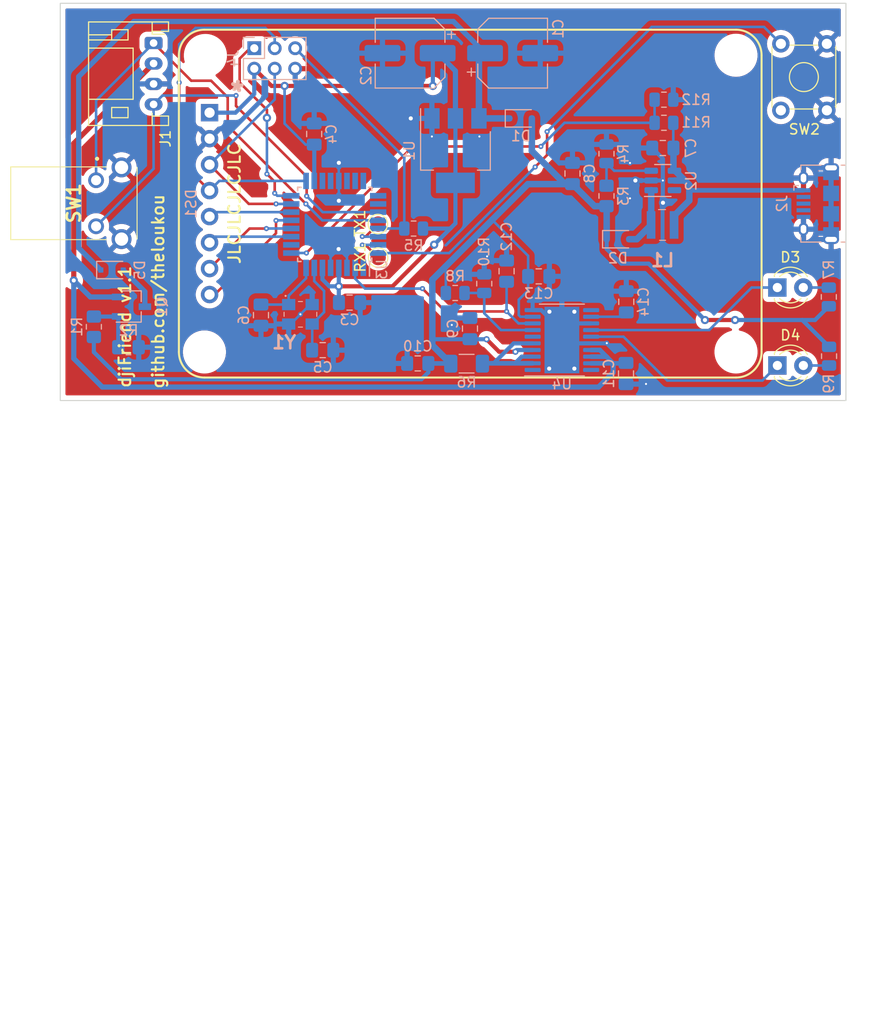
<source format=kicad_pcb>
(kicad_pcb (version 20211014) (generator pcbnew)
  (layers (0 "F.Cu" signal) (31 "B.Cu" signal) (34 "B.Paste" user) (35 "F.Paste" user) (36 "B.SilkS" user "B.Silkscreen") (37 "F.SilkS" user "F.Silkscreen") (38 "B.Mask" user) (39 "F.Mask" user) (44 "Edge.Cuts" user))
  (net 0 "")
  (net 1 "+VSW")
  (net 2 "GND")
  (net 3 "+5V")
  (net 4 "Net-(C5-Pad1)")
  (net 5 "VBUS")
  (net 6 "+9V")
  (net 7 "+BATT")
  (net 8 "/CHG_EN")
  (net 9 "Net-(C14-Pad1)")
  (net 10 "Net-(D2-Pad2)")
  (net 11 "/STAT1")
  (net 12 "Net-(D3-Pad2)")
  (net 13 "/STAT2")
  (net 14 "Net-(D4-Pad2)")
  (net 15 "/SCL")
  (net 16 "/SDA")
  (net 20 "/BL")
  (net 21 "/TFT_RST")
  (net 22 "/DC")
  (net 23 "/CS")
  (net 24 "/CLK")
  (net 25 "/MOSI")
  (net 26 "/MISO")
  (net 27 "/RST")
  (net 28 "Net-(Q1-Pad1)")
  (net 29 "Net-(R3-Pad2)")
  (net 30 "Net-(R6-Pad2)")
  (net 31 "Net-(R10-Pad1)")
  (net 32 "/BUT1")
  (net 34 "/BUT2")
  (net 35 "/VBUS_DET")
  (net 36 "/RX")
  (net 45 "/TX")
  (net 50 "Net-(C6-Pad1)")
  (net 51 "Net-(Q1-Pad3)")
  (footprint "Button_Switch_THT:SW_TH_Tactile_Omron_B3F-10xx" (layer "F.Cu") (at 134.9276 57.1322 90)
    (fp_text reference "SW2")
    (fp_text value "INPUT")
  )
  (footprint "Samacsys:FSMRA4JH04" (layer "F.Cu") (at 67.9372 63.966 -90)
    (fp_text reference "SW1")
    (fp_text value "FSMRA4JH04" hide)
  )
  (footprint "TestPoint:TestPoint_Pad_D1.5mm" (layer "F.Cu") (at 95.504 68.2498)
    (fp_text reference "TX1")
    (fp_text value "TestPoint")
  )
  (footprint "TestPoint:TestPoint_Pad_D1.5mm" (layer "F.Cu") (at 95.5294 71.5264)
    (fp_text reference "RX1")
    (fp_text value "TestPoint")
  )
  (footprint "GTO:1.8in Waveshare LCD" (layer "F.Cu") (at 104.5388 66.2518 90)
    (fp_text reference "DS1")
    (fp_text value "1.8in_Waveshare_LCD")
  )
  (footprint "LED_THT:LED_D3.0mm" (layer "F.Cu") (at 134.5818 74.4562)
    (fp_text reference "D3")
    (fp_text value "LED_CHG")
  )
  (footprint "LED_THT:LED_D3.0mm" (layer "F.Cu") (at 134.5868 82.0762)
    (fp_text reference "D4")
    (fp_text value "LED_DONE")
  )
  (footprint "Connector_JST:JST_PH_S4B-PH-K_1x04_P2.00mm_Horizontal" (layer "F.Cu") (at 73.5622 50.552 -90)
    (fp_text reference "J1")
    (fp_text value "Batt" hide)
  )
  (footprint "Capacitor_SMD:C_0805_2012Metric_Pad1.18x1.45mm_HandSolder" (layer "B.Cu") (at 108.0946 72.856 90)
    (fp_text reference "C12")
    (fp_text value "0.1uF")
  )
  (footprint "Resistor_SMD:R_0805_2012Metric_Pad1.20x1.40mm_HandSolder" (layer "B.Cu") (at 71.10601 80.29 180)
    (fp_text reference "R2")
    (fp_text value "10K")
  )
  (footprint "Capacitor_SMD:C_0805_2012Metric_Pad1.18x1.45mm_HandSolder" (layer "B.Cu") (at 90.1075 80.5776)
    (fp_text reference "C5")
    (fp_text value "22pF")
  )
  (footprint "Resistor_SMD:R_0805_2012Metric" (layer "B.Cu") (at 139.616 75.3706 -90)
    (fp_text reference "R7")
    (fp_text value "1K")
  )
  (footprint "Resistor_SMD:R_0805_2012Metric_Pad1.20x1.40mm_HandSolder" (layer "B.Cu") (at 67.71841 78.2928 -90)
    (fp_text reference "R1")
    (fp_text value "1K")
  )
  (footprint "Resistor_SMD:R_0805_2012Metric" (layer "B.Cu") (at 103.0654 74.9896 180)
    (fp_text reference "R8")
    (fp_text value "220K")
  )
  (footprint "Resistor_SMD:R_0805_2012Metric" (layer "B.Cu") (at 123.487 58.3526 180)
    (fp_text reference "R11")
    (fp_text value "33K")
  )
  (footprint "Capacitor_SMD:C_0805_2012Metric_Pad1.18x1.45mm_HandSolder" (layer "B.Cu") (at 99.4039 81.873 180)
    (fp_text reference "C10")
    (fp_text value "10uF")
  )
  (footprint "Capacitor_SMD:CP_Elec_6.3x5.8" (layer "B.Cu") (at 108.6864 51.5454)
    (fp_text reference "C1")
    (fp_text value "47uF")
  )
  (footprint "Diode_SMD:D_SOD-323F" (layer "B.Cu") (at 118.9857 69.73315)
    (fp_text reference "D2")
    (fp_text value "D_Schottky")
  )
  (footprint "Connector_PinHeader_2.00mm:PinHeader_2x03_P2.00mm_Vertical" (layer "B.Cu") (at 83.4124 51.0628 -90)
    (fp_text reference "J4")
    (fp_text value "AVR-ISP-6")
  )
  (footprint "Capacitor_SMD:CP_Elec_6.3x5.8" (layer "B.Cu") (at 98.6534 51.5454 180)
    (fp_text reference "C2")
    (fp_text value "47uF")
  )
  (footprint "Capacitor_SMD:C_0805_2012Metric_Pad1.18x1.45mm_HandSolder" (layer "B.Cu") (at 89.2732 59.4487 90)
    (fp_text reference "C4")
    (fp_text value "0.1uF")
  )
  (footprint "Samacsys:IFSC1111ABER100M01" (layer "B.Cu") (at 123.3545 68.33615 180)
    (fp_text reference "L1")
    (fp_text value "IFSC1111ABER100M01" hide)
  )
  (footprint "Samacsys:ECS160833BCTNTR" (layer "B.Cu") (at 87.927 77.0724)
    (fp_text reference "Y1")
    (fp_text value "ECS-160-8-33B-CTN-TR" hide)
  )
  (footprint "Package_TO_SOT_SMD:SOT-223-3_TabPin2" (layer "B.Cu") (at 103.0908 61.0704 -90)
    (fp_text reference "U1")
    (fp_text value "AP1117-50")
  )
  (footprint "Package_TO_SOT_SMD:TSOT-23" (layer "B.Cu") (at 71.40141 76.3276)
    (fp_text reference "Q1")
    (fp_text value "BSS84W")
  )
  (footprint "Capacitor_SMD:C_0805_2012Metric_Pad1.18x1.45mm_HandSolder" (layer "B.Cu") (at 111.2403 73.364)
    (fp_text reference "C13")
    (fp_text value "0.1uF")
  )
  (footprint "Diode_SMD:D_SOD-323F" (layer "B.Cu") (at 109.4662 57.9208)
    (fp_text reference "D1")
    (fp_text value "D_Schottky")
  )
  (footprint "Diode_SMD:D_SOD-323F" (layer "B.Cu") (at 69.4944 72.7456)
    (fp_text reference "D5")
    (fp_text value "D_Schottky")
  )
  (footprint "Resistor_SMD:R_0805_2012Metric" (layer "B.Cu") (at 98.9995 68.6904)
    (fp_text reference "R5")
    (fp_text value "10K")
  )
  (footprint "Package_TO_SOT_SMD:SOT-23-6" (layer "B.Cu") (at 123.3799 63.99275)
    (fp_text reference "U2")
    (fp_text value "MT3608")
  )
  (footprint "Capacitor_SMD:C_0805_2012Metric_Pad1.18x1.45mm_HandSolder" (layer "B.Cu") (at 92.7315 75.9294)
    (fp_text reference "C3")
    (fp_text value "0.1uF")
  )
  (footprint "Resistor_SMD:R_0805_2012Metric" (layer "B.Cu") (at 139.6414 81.1618 90)
    (fp_text reference "R9")
    (fp_text value "1K")
  )
  (footprint "Resistor_SMD:R_0805_2012Metric" (layer "B.Cu") (at 105.9102 74.0752 90)
    (fp_text reference "R10")
    (fp_text value "33K")
  )
  (footprint "Capacitor_SMD:C_0805_2012Metric_Pad1.18x1.45mm_HandSolder" (layer "B.Cu") (at 119.7786 82.8597 -90)
    (fp_text reference "C11")
    (fp_text value "22uF")
  )
  (footprint "Capacitor_SMD:C_0805_2012Metric_Pad1.18x1.45mm_HandSolder" (layer "B.Cu") (at 123.3799 60.81775 180)
    (fp_text reference "C7")
    (fp_text value "22uF")
  )
  (footprint "Resistor_SMD:R_0805_2012Metric" (layer "B.Cu") (at 123.487 56.092)
    (fp_text reference "R12")
    (fp_text value "220K")
  )
  (footprint "Resistor_SMD:R_1206_3216Metric_Pad1.30x1.75mm_HandSolder" (layer "B.Cu") (at 104.1824 81.8984)
    (fp_text reference "R6")
    (fp_text value "0.1R")
  )
  (footprint "Capacitor_SMD:C_0805_2012Metric_Pad1.18x1.45mm_HandSolder" (layer "B.Cu") (at 84.0662 77.1525 -90)
    (fp_text reference "C6")
    (fp_text value "22pF")
  )
  (footprint "Package_QFP:TQFP-32_7x7mm_P0.8mm" (layer "B.Cu") (at 91.2798 68.284 90)
    (fp_text reference "U3")
    (fp_text value "ATmega328P-A")
  )
  (footprint "Connector_USB:USB_Micro-B_Amphenol_10118194_Horizontal" (layer "B.Cu") (at 138.5388 66.252 -90)
    (fp_text reference "J2")
    (fp_text value "USB_B_Micro")
  )
  (footprint "Capacitor_SMD:C_0805_2012Metric_Pad1.18x1.45mm_HandSolder" (layer "B.Cu") (at 114.5407 63.30695 90)
    (fp_text reference "C8")
    (fp_text value "22uF")
  )
  (footprint "Package_SO:HTSSOP-20-1EP_4.4x6.5mm_P0.65mm_EP3.4x6.5mm_Mask2.4x3.7mm" (layer "B.Cu") (at 113.5048 79.587)
    (fp_text reference "U4")
    (fp_text value "BQ24005")
  )
  (footprint "Resistor_SMD:R_0805_2012Metric" (layer "B.Cu") (at 117.8681 61.37465 90)
    (fp_text reference "R4")
    (fp_text value "10K")
  )
  (footprint "Capacitor_SMD:C_0805_2012Metric_Pad1.18x1.45mm_HandSolder" (layer "B.Cu") (at 104.5132 78.4694 -90)
    (fp_text reference "C9")
    (fp_text value "0.1uF")
  )
  (footprint "Resistor_SMD:R_0805_2012Metric_Pad1.20x1.40mm_HandSolder" (layer "B.Cu") (at 117.8681 65.50075 90)
    (fp_text reference "R3")
    (fp_text value "140K")
  )
  (footprint "Capacitor_SMD:C_0805_2012Metric_Pad1.18x1.45mm_HandSolder" (layer "B.Cu") (at 119.804 75.8493 90)
    (fp_text reference "C14")
    (fp_text value "0.22uF")
  )
  (gr_rect (start 64.432 85.5052) (end 141.2924 46.6686) (layer "Edge.Cuts") (width 0.1) (fill none))
  (gr_text "*" (at 82.1436 54.356 135) (layer "B.SilkS") (effects (font (size 1.778 1.778) (thickness 0.381))))
  (gr_text "github.com/theloukou" (at 74.0078 74.8372 90) (layer "F.SilkS") (effects (font (size 1.143 1.143) (thickness 0.2032))))
  (gr_text "JLCJLCJLCJLC" (at 81.4754 66.252 90) (layer "F.SilkS") (effects (font (size 1.143 1.143) (thickness 0.2032))))
  (gr_text "djiFriend v1.1" (at 70.756602 78.291588 90) (layer "F.SilkS") (effects (font (size 1.143 1.143) (thickness 0.2032))))
  (segment (start 71.6202 48.4466) (end 66.2354 53.8314) (width 0.508) (layer "B.Cu") (net 1))
  (segment (start 105.3908 52.141) (end 105.9864 51.5454) (width 0.508) (layer "B.Cu") (net 1))
  (segment (start 105.390795 57.920394) (end 105.390795 52.141005) (width 0.635) (layer "B.Cu") (net 1))
  (segment (start 105.390795 57.920394) (end 108.365796 57.920394) (width 0.635) (layer "B.Cu") (net 1))
  (segment (start 66.2354 53.8314) (end 66.2354 70.5866) (width 0.508) (layer "B.Cu") (net 1))
  (segment (start 66.2354 70.5866) (end 68.3944 72.7456) (width 0.508) (layer "B.Cu") (net 1))
  (segment (start 108.3658 57.9204) (end 108.3662 57.9208) (width 0.508) (layer "B.Cu") (net 1))
  (segment (start 102.8876 48.4466) (end 71.6202 48.4466) (width 0.508) (layer "B.Cu") (net 1))
  (segment (start 105.9864 51.5454) (end 102.8876 48.4466) (width 0.508) (layer "B.Cu") (net 1))
  (via (at 117.899 79.8918) (size 0.5) (drill 0.2) (layers "F.Cu" "B.Cu") (net 2))
  (via (at 120.693002 63.991388) (size 0.8) (drill 0.4) (layers "F.Cu" "B.Cu") (net 2))
  (via (at 114.724 82.381) (size 0.8) (drill 0.4) (layers "F.Cu" "B.Cu") (net 2))
  (via (at 123.3932 66.167) (size 0.8) (drill 0.4) (layers "F.Cu" "B.Cu") (net 2))
  (via (at 102.7352 78.1138) (size 0.5) (drill 0.2) (layers "F.Cu" "B.Cu") (net 2))
  (via (at 112.2856 76.8184) (size 0.8) (drill 0.4) (layers "F.Cu" "B.Cu") (net 2))
  (via (at 105.4354 59.69) (size 0.5) (drill 0.2) (layers "F.Cu" "B.Cu") (net 2))
  (via (at 91.6608 70.697) (size 0.8) (drill 0.4) (layers "F.Cu" "B.Cu") (net 2))
  (via (at 91.6862 62.2642) (size 0.8) (drill 0.4) (layers "F.Cu" "B.Cu") (net 2))
  (via (at 87.927 77.0724) (size 0.5) (drill 0.2) (layers "F.Cu" "B.Cu") (net 2))
  (via (at 120.1674 65.7352) (size 0.5) (drill 0.2) (layers "F.Cu" "B.Cu") (net 2))
  (via (at 112.2602 82.381) (size 0.8) (drill 0.4) (layers "F.Cu" "B.Cu") (net 2))
  (via (at 121.7344 83.8796) (size 0.5) (drill 0.2) (layers "F.Cu" "B.Cu") (net 2))
  (via (at 91.6862 65.9726) (size 0.8) (drill 0.4) (layers "F.Cu" "B.Cu") (net 2))
  (via (at 120.1674 62.2808) (size 0.5) (drill 0.2) (layers "F.Cu" "B.Cu") (net 2))
  (via (at 106.1896 71.4082) (size 0.5) (drill 0.2) (layers "F.Cu" "B.Cu") (net 2))
  (via (at 123.3799 63.99275) (size 0.5) (drill 0.2) (layers "F.Cu" "B.Cu") (net 2))
  (via (at 98.722 57.9208) (size 0.8) (drill 0.4) (layers "F.Cu" "B.Cu") (net 2))
  (via (at 114.724 76.8184) (size 0.8) (drill 0.4) (layers "F.Cu" "B.Cu") (net 2))
  (via (at 100.7872 59.69) (size 0.5) (drill 0.2) (layers "F.Cu" "B.Cu") (net 2))
  (segment (start 91.6862 65.9726) (end 91.6862 64.0404) (width 0.254) (layer "B.Cu") (net 2))
  (segment (start 86.977 78.0224) (end 87.927 77.0724) (width 0.254) (layer "B.Cu") (net 2))
  (segment (start 115.1298 77.962) (end 113.5048 79.587) (width 0.254) (layer "B.Cu") (net 2))
  (segment (start 116.367304 77.96201) (end 115.12979 77.96201) (width 0.4064) (layer "B.Cu") (net 2))
  (segment (start 122.2424 63.99275) (end 120.69435 63.99275) (width 0.4064) (layer "B.Cu") (net 2))
  (segment (start 92.4798 72.534) (end 92.4798 71.516) (width 0.254) (layer "B.Cu") (net 2))
  (segment (start 123.3799 63.99275) (end 123.3799 66.1537) (width 0.4064) (layer "B.Cu") (net 2))
  (segment (start 92.4798 71.516) (end 91.6608 70.697) (width 0.254) (layer "B.Cu") (net 2))
  (segment (start 122.2424 63.99275) (end 123.3799 63.99275) (width 0.4064) (layer "B.Cu") (net 2))
  (segment (start 120.69435 63.99275) (end 120.693 63.9914) (width 0.4064) (layer "B.Cu") (net 2))
  (segment (start 117.8788 79.912) (end 117.899 79.8918) (width 0.254) (layer "B.Cu") (net 2))
  (segment (start 113.5048 78.676047) (end 113.5048 79.587) (width 0.4064) (layer "B.Cu") (net 2))
  (segment (start 123.3799 66.1537) (end 123.3932 66.167) (width 0.4064) (layer "B.Cu") (net 2))
  (segment (start 123.3799 61.85525) (end 122.3424 60.81775) (width 0.4064) (layer "B.Cu") (net 2))
  (segment (start 90.8798 72.534) (end 90.8798 71.478) (width 0.254) (layer "B.Cu") (net 2))
  (segment (start 113.5048 78.78381) (end 113.5048 79.587) (width 0.254) (layer "B.Cu") (net 2))
  (segment (start 110.6423 76.662) (end 111.490753 76.662) (width 0.4064) (layer "B.Cu") (net 2))
  (segment (start 86.777 78.0224) (end 86.977 78.0224) (width 0.254) (layer "B.Cu") (net 2))
  (segment (start 123.3799 63.99275) (end 123.3799 61.85525) (width 0.4064) (layer "B.Cu") (net 2))
  (segment (start 88.877 76.1224) (end 87.927 77.0724) (width 0.254) (layer "B.Cu") (net 2))
  (segment (start 91.6862 64.0404) (end 91.6798 64.034) (width 0.254) (layer "B.Cu") (net 2))
  (segment (start 116.367304 79.911993) (end 113.829793 79.911993) (width 0.4064) (layer "B.Cu") (net 2))
  (segment (start 89.077 76.1224) (end 88.877 76.1224) (width 0.254) (layer "B.Cu") (net 2))
  (segment (start 113.8298 79.912) (end 113.5048 79.587) (width 0.254) (layer "B.Cu") (net 2))
  (segment (start 91.6798 64.034) (end 91.6798 62.2706) (width 0.254) (layer "B.Cu") (net 2))
  (segment (start 116.367304 79.911993) (end 117.878807 79.911993) (width 0.4064) (layer "B.Cu") (net 2))
  (segment (start 111.490753 76.662) (end 113.5048 78.676047) (width 0.4064) (layer "B.Cu") (net 2))
  (segment (start 91.6798 62.2706) (end 91.6862 62.2642) (width 0.254) (layer "B.Cu") (net 2))
  (segment (start 90.8798 71.478) (end 91.6608 70.697) (width 0.254) (layer "B.Cu") (net 2))
  (segment (start 100.8556 54.7458) (end 100.881 54.7458) (width 0.4064) (layer "F.Cu") (net 3))
  (segment (start 101.008 70.2652) (end 96.937599 74.335601) (width 0.4064) (layer "F.Cu") (net 3))
  (segment (start 85.0954 54.7458) (end 86.3776 54.7458) (width 0.4064) (layer "F.Cu") (net 3))
  (segment (start 86.3776 54.7458) (end 100.8556 54.7458) (width 0.4064) (layer "F.Cu") (net 3))
  (segment (start 96.937599 74.335601) (end 91.679799 74.335601) (width 0.4064) (layer "F.Cu") (net 3))
  (segment (start 83.4124 53.0628) (end 85.0954 54.7458) (width 0.4064) (layer "F.Cu") (net 3))
  (via (at 100.881 54.7458) (size 0.8) (drill 0.4) (layers "F.Cu" "B.Cu") (net 3))
  (via (at 101.008 70.2652) (size 0.8) (drill 0.4) (layers "F.Cu" "B.Cu") (net 3))
  (via (at 86.3776 54.7458) (size 0.8) (drill 0.4) (layers "F.Cu" "B.Cu") (net 3))
  (via (at 91.679799 74.335601) (size 0.8) (drill 0.4) (layers "F.Cu" "B.Cu") (net 3))
  (segment (start 103.0908 53.2828) (end 101.3534 51.5454) (width 0.508) (layer "B.Cu") (net 3))
  (segment (start 102.6336 68.6396) (end 101.008 70.2652) (width 0.4064) (layer "B.Cu") (net 3))
  (segment (start 100.881 52.0178) (end 101.3534 51.5454) (width 0.4064) (layer "B.Cu") (net 3))
  (segment (start 79.0388 57.3618) (end 81.5772 57.3618) (width 0.4064) (layer "B.Cu") (net 3))
  (segment (start 90.752801 74.335601) (end 90.079802 73.662602) (width 0.4064) (layer "B.Cu") (net 3))
  (segment (start 103.0908 57.9204) (end 103.0908 53.2828) (width 0.508) (layer "B.Cu") (net 3))
  (segment (start 102.5828 68.6904) (end 102.6336 68.6396) (width 0.4064) (layer "B.Cu") (net 3))
  (segment (start 86.3776 58.4288) (end 86.3776 54.7458) (width 0.254) (layer "B.Cu") (net 3))
  (segment (start 91.679799 74.335601) (end 91.679799 75.262599) (width 0.4064) (layer "B.Cu") (net 3))
  (segment (start 91.679799 74.335601) (end 90.752801 74.335601) (width 0.4064) (layer "B.Cu") (net 3))
  (segment (start 89.279804 60.492804) (end 89.279804 64.033996) (width 0.4064) (layer "B.Cu") (net 3))
  (segment (start 103.0908 64.2204) (end 103.0908 57.9204) (width 0.4064) (layer "B.Cu") (net 3))
  (segment (start 81.5772 57.3618) (end 83.4124 55.5266) (width 0.4064) (layer "B.Cu") (net 3))
  (segment (start 88.435 60.4862) (end 86.3776 58.4288) (width 0.254) (layer "B.Cu") (net 3))
  (segment (start 103.0908 64.2204) (end 103.0908 68.1824) (width 0.4064) (layer "B.Cu") (net 3))
  (segment (start 91.6798 75.2626) (end 91.6798 75.9152) (width 0.254) (layer "B.Cu") (net 3))
  (segment (start 90.079802 72.534004) (end 90.079802 73.662602) (width 0.4064) (layer "B.Cu") (net 3))
  (segment (start 83.4124 55.5266) (end 83.4124 53.0628) (width 0.4064) (layer "B.Cu") (net 3))
  (segment (start 99.912 68.6904) (end 102.5828 68.6904) (width 0.4064) (layer "B.Cu") (net 3))
  (segment (start 100.881 54.7458) (end 100.881 52.0178) (width 0.4064) (layer "B.Cu") (net 3))
  (segment (start 103.0908 68.1824) (end 102.6336 68.6396) (width 0.4064) (layer "B.Cu") (net 3))
  (segment (start 89.2732 60.4862) (end 88.435 60.4862) (width 0.254) (layer "B.Cu") (net 3))
  (segment (start 91.679799 72.534004) (end 91.679799 74.335601) (width 0.4064) (layer "B.Cu") (net 3))
  (segment (start 91.6798 75.9152) (end 91.694 75.9294) (width 0.254) (layer "B.Cu") (net 3))
  (segment (start 89.2732 60.4862) (end 89.2798 60.4928) (width 0.254) (layer "B.Cu") (net 3))
  (segment (start 90.2384 74.7864) (end 90.2384 76.861) (width 0.254) (layer "B.Cu") (net 4))
  (segment (start 89.2798 72.534) (end 89.2798 73.8278) (width 0.254) (layer "B.Cu") (net 4))
  (segment (start 89.077 80.5706) (end 89.077 78.0224) (width 0.254) (layer "B.Cu") (net 4))
  (segment (start 90.2384 76.861) (end 89.077 78.0224) (width 0.254) (layer "B.Cu") (net 4))
  (segment (start 89.2798 73.8278) (end 90.2384 74.7864) (width 0.254) (layer "B.Cu") (net 4))
  (segment (start 89.07 80.5776) (end 89.077 80.5706) (width 0.254) (layer "B.Cu") (net 4))
  (segment (start 124.3995 58.3526) (end 124.3995 60.79985) (width 0.254) (layer "B.Cu") (net 5))
  (segment (start 124.5889 63.04275) (end 125.5389 63.99275) (width 0.635) (layer "B.Cu") (net 5))
  (segment (start 124.4174 60.81775) (end 124.4174 62.94275) (width 0.635) (layer "B.Cu") (net 5))
  (segment (start 124.5174 63.99275) (end 125.5389 63.99275) (width 0.635) (layer "B.Cu") (net 5))
  (segment (start 125.5389 63.99275) (end 125.9707 64.42455) (width 0.635) (layer "B.Cu") (net 5))
  (segment (start 124.5174 63.04275) (end 124.5889 63.04275) (width 0.635) (layer "B.Cu") (net 5))
  (segment (start 125.9707 65.94855) (end 125.9707 65.0527) (width 0.635) (layer "B.Cu") (net 5))
  (segment (start 124.3995 60.79985) (end 124.4174 60.81775) (width 0.254) (layer "B.Cu") (net 5))
  (segment (start 125.9707 65.0527) (end 125.9707 64.42455) (width 0.635) (layer "B.Cu") (net 5))
  (segment (start 124.4795 67.43975) (end 125.9707 65.94855) (width 0.635) (layer "B.Cu") (net 5))
  (segment (start 137.1388 64.952) (end 126.0714 64.952) (width 0.4572) (layer "B.Cu") (net 5))
  (segment (start 124.4174 62.94275) (end 124.5174 63.04275) (width 0.635) (layer "B.Cu") (net 5))
  (segment (start 126.0714 64.952) (end 125.9707 65.0527) (width 0.4572) (layer "B.Cu") (net 5))
  (segment (start 124.4795 68.33615) (end 124.4795 67.43975) (width 0.635) (layer "B.Cu") (net 5))
  (segment (start 108.9582 80.73) (end 107.358 80.73) (width 0.4064) (layer "F.Cu") (net 6))
  (segment (start 127.5002 77.6312) (end 130.4466 77.6312) (width 0.4064) (layer "F.Cu") (net 6))
  (segment (start 107.358 80.73) (end 106.1388 79.5108) (width 0.4064) (layer "F.Cu") (net 6))
  (via (at 106.1388 79.5108) (size 0.6) (drill 0.3) (layers "F.Cu" "B.Cu") (net 6))
  (via (at 108.9582 80.73) (size 0.6) (drill 0.3) (layers "F.Cu" "B.Cu") (net 6))
  (via (at 127.5002 77.6312) (size 0.8) (drill 0.4) (layers "F.Cu" "B.Cu") (net 6))
  (via (at 130.4466 77.6312) (size 0.8) (drill 0.4) (layers "F.Cu" "B.Cu") (net 6))
  (segment (start 110.2028 74.7356) (end 110.2028 73.364) (width 0.254) (layer "B.Cu") (net 6))
  (segment (start 114.5407 64.34445) (end 113.80705 64.34445) (width 0.635) (layer "B.Cu") (net 6))
  (segment (start 110.6423 77.312) (end 109.4518 77.312) (width 0.254) (layer "B.Cu") (net 6))
  (segment (start 139.616 76.2831) (end 138.2679 77.6312) (width 0.4064) (layer "B.Cu") (net 6))
  (segment (start 100.441402 82.744398) (end 100.441402 81.873) (width 0.4064) (layer "B.Cu") (net 6))
  (segment (start 102.1529 72.4769) (end 102.1002 72.4242) (width 0.4064) (layer "B.Cu") (net 6))
  (segment (start 104.5132 79.5069) (end 100.8341 79.5069) (width 0.4064) (layer "B.Cu") (net 6))
  (segment (start 127.5002 77.6312) (end 121.9884 72.1194) (width 0.4064) (layer "B.Cu") (net 6))
  (segment (start 137.0233 77.6312) (end 130.4466 77.6312) (width 0.4064) (layer "B.Cu") (net 6))
  (segment (start 100.8302 80.0962) (end 102.6324 81.8984) (width 0.635) (layer "B.Cu") (net 6))
  (segment (start 106.6849 67.8395) (end 102.1002 72.4242) (width 0.635) (layer "B.Cu") (net 6))
  (segment (start 99.7634 83.4224) (end 100.4414 82.7444) (width 0.4064) (layer "B.Cu") (net 6))
  (segment (start 139.6414 80.2493) (end 137.0233 77.6312) (width 0.4064) (layer "B.Cu") (net 6))
  (segment (start 100.8341 79.5069) (end 100.8302 79.5108) (width 0.4064) (layer "B.Cu") (net 6))
  (segment (start 113.80705 64.34445) (end 110.5662 61.1036) (width 0.635) (layer "B.Cu") (net 6))
  (segment (start 109.2884 75.65) (end 110.2028 74.7356) (width 0.254) (layer "B.Cu") (net 6))
  (segment (start 116.697 66.50075) (end 114.5407 64.34445) (width 0.635) (layer "B.Cu") (net 6))
  (segment (start 70.3756 83.4224) (end 99.7634 83.4224) (width 0.4064) (layer "B.Cu") (net 6))
  (segment (start 110.2028 71.3574) (end 106.6849 67.8395) (width 0.254) (layer "B.Cu") (net 6))
  (segment (start 121.9884 72.1194) (end 119.3214 72.1194) (width 0.4064) (layer "B.Cu") (net 6))
  (segment (start 106.1388 79.5108) (end 104.5171 79.5108) (width 0.4064) (layer "B.Cu") (net 6))
  (segment (start 117.8681 66.50075) (end 116.697 66.50075) (width 0.635) (layer "B.Cu") (net 6))
  (segment (start 110.17995 64.34445) (end 106.6849 67.8395) (width 0.635) (layer "B.Cu") (net 6))
  (segment (start 109.4518 77.312) (end 109.2884 77.1486) (width 0.254) (layer "B.Cu") (net 6))
  (segment (start 109.2884 77.1486) (end 109.2884 75.65) (width 0.254) (layer "B.Cu") (net 6))
  (segment (start 100.8302 73.6942) (end 100.8302 79.5108) (width 0.635) (layer "B.Cu") (net 6))
  (segment (start 137.0233 77.6312) (end 138.2679 77.6312) (width 0.4064) (layer "B.Cu") (net 6))
  (segment (start 117.8857 69.73315) (end 117.8857 66.51835) (width 0.635) (layer "B.Cu") (net 6))
  (segment (start 110.5662 61.1036) (end 110.5662 57.9208) (width 0.635) (layer "B.Cu") (net 6))
  (segment (start 110.2028 73.364) (end 110.2028 71.3574) (width 0.254) (layer "B.Cu") (net 6))
  (segment (start 117.88569 70.68369) (end 117.88569 69.733146) (width 0.4064) (layer "B.Cu") (net 6))
  (segment (start 67.71841 80.76521) (end 70.3756 83.4224) (width 0.4064) (layer "B.Cu") (net 6))
  (segment (start 109.069604 80.562004) (end 110.642296 80.562004) (width 0.4064) (layer "B.Cu") (net 6))
  (segment (start 100.8302 79.5108) (end 100.8302 80.0962) (width 0.635) (layer "B.Cu") (net 6))
  (segment (start 102.607 81.873) (end 102.6324 81.8984) (width 0.4572) (layer "B.Cu") (net 6))
  (segment (start 102.1002 72.4242) (end 100.8302 73.6942) (width 0.635) (layer "B.Cu") (net 6))
  (segment (start 117.8857 66.51835) (end 117.8681 66.50075) (width 0.635) (layer "B.Cu") (net 6))
  (segment (start 102.152905 74.9896) (end 102.152905 72.476905) (width 0.254) (layer "B.Cu") (net 6))
  (segment (start 108.9582 80.73) (end 109.0696 80.562) (width 0.4064) (layer "B.Cu") (net 6))
  (segment (start 119.3214 72.1194) (end 117.88569 70.68369) (width 0.4064) (layer "B.Cu") (net 6))
  (segment (start 67.71841 80.76521) (end 67.71841 79.2928) (width 0.4064) (layer "B.Cu") (net 6))
  (segment (start 100.4414 81.873) (end 102.607 81.873) (width 0.4572) (layer "B.Cu") (net 6))
  (segment (start 104.5171 79.5108) (end 104.5132 79.5069) (width 0.4064) (layer "B.Cu") (net 6))
  (segment (start 114.5407 64.34445) (end 110.17995 64.34445) (width 0.635) (layer "B.Cu") (net 6))
  (segment (start 65.7528 60.3614) (end 73.5622 52.552) (width 0.508) (layer "F.Cu") (net 7))
  (segment (start 65.752802 60.361398) (end 65.752802 73.7616) (width 0.508) (layer "F.Cu") (net 7))
  (via (at 65.752802 73.7616) (size 0.8) (drill 0.4) (layers "F.Cu" "B.Cu") (net 7))
  (segment (start 65.7528 73.761602) (end 65.752802 73.7616) (width 0.508) (layer "B.Cu") (net 7))
  (segment (start 117.0862 84.1844) (end 118.5196 82.751) (width 0.508) (layer "B.Cu") (net 7))
  (segment (start 117.8696 81.212) (end 117.9481 81.2905) (width 0.4572) (layer "B.Cu") (net 7))
  (segment (start 117.9481 81.2905) (end 118.5196 81.862) (width 0.4572) (layer "B.Cu") (net 7))
  (segment (start 116.3673 81.212) (end 117.8696 81.212) (width 0.4572) (layer "B.Cu") (net 7))
  (segment (start 65.7528 81.3904) (end 65.7528 73.761602) (width 0.508) (layer "B.Cu") (net 7))
  (segment (start 70.09141 75.3776) (end 67.368802 75.3776) (width 0.508) (layer "B.Cu") (net 7))
  (segment (start 118.5196 82.751) (end 118.5196 81.862) (width 0.508) (layer "B.Cu") (net 7))
  (segment (start 67.368802 75.3776) (end 65.752802 73.7616) (width 0.508) (layer "B.Cu") (net 7))
  (segment (start 119.7388 81.862) (end 119.7786 81.8222) (width 0.4572) (layer "B.Cu") (net 7))
  (segment (start 68.5468 84.1844) (end 117.0862 84.1844) (width 0.508) (layer "B.Cu") (net 7))
  (segment (start 116.3673 81.862) (end 118.5196 81.862) (width 0.4572) (layer "B.Cu") (net 7))
  (segment (start 117.2196 80.562) (end 117.9481 81.2905) (width 0.4572) (layer "B.Cu") (net 7))
  (segment (start 118.5196 81.862) (end 119.7388 81.862) (width 0.4572) (layer "B.Cu") (net 7))
  (segment (start 65.7528 81.3904) (end 68.5468 84.1844) (width 0.508) (layer "B.Cu") (net 7))
  (segment (start 116.3673 80.562) (end 117.2196 80.562) (width 0.4572) (layer "B.Cu") (net 7))
  (segment (start 102.1002 76.793) (end 108.0946 76.793) (width 0.254) (layer "F.Cu") (net 8))
  (segment (start 99.865 74.5578) (end 102.1002 76.793) (width 0.254) (layer "F.Cu") (net 8))
  (via (at 99.865 74.5578) (size 0.5) (drill 0.2) (layers "F.Cu" "B.Cu") (net 8))
  (via (at 108.0946 76.793) (size 0.5) (drill 0.2) (layers "F.Cu" "B.Cu") (net 8))
  (segment (start 93.2798 72.534) (end 93.2798 73.588) (width 0.254) (layer "B.Cu") (net 8))
  (segment (start 109.90101 77.9614) (end 109.263 77.9614) (width 0.254) (layer "B.Cu") (net 8))
  (segment (start 109.263 77.9614) (end 108.0946 76.793) (width 0.254) (layer "B.Cu") (net 8))
  (segment (start 109.90161 77.962) (end 109.90101 77.9614) (width 0.254) (layer "B.Cu") (net 8))
  (segment (start 110.6423 77.962) (end 109.90161 77.962) (width 0.254) (layer "B.Cu") (net 8))
  (segment (start 108.0946 76.793) (end 108.0946 73.8935) (width 0.254) (layer "B.Cu") (net 8))
  (segment (start 94.2496 74.5578) (end 99.865 74.5578) (width 0.254) (layer "B.Cu") (net 8))
  (segment (start 93.2798 73.588) (end 94.2496 74.5578) (width 0.254) (layer "B.Cu") (net 8))
  (segment (start 116.3673 77.312) (end 119.3788 77.312) (width 0.254) (layer "B.Cu") (net 9))
  (segment (start 119.3788 77.312) (end 119.804 76.8868) (width 0.254) (layer "B.Cu") (net 9))
  (segment (start 122.2424 64.94275) (end 122.2424 68.32325) (width 0.635) (layer "B.Cu") (net 10))
  (segment (start 120.8325 69.73315) (end 122.2295 68.33615) (width 0.635) (layer "B.Cu") (net 10))
  (segment (start 122.2424 68.32325) (end 122.2295 68.33615) (width 0.635) (layer "B.Cu") (net 10))
  (segment (start 120.0857 69.73315) (end 120.8325 69.73315) (width 0.635) (layer "B.Cu") (net 10))
  (segment (start 127.9164 78.612) (end 132.0722 74.4562) (width 0.254) (layer "B.Cu") (net 11))
  (segment (start 116.3673 78.612) (end 127.9164 78.612) (width 0.254) (layer "B.Cu") (net 11))
  (segment (start 132.0722 74.4562) (end 134.5818 74.4562) (width 0.254) (layer "B.Cu") (net 11))
  (segment (start 137.1218 74.4562) (end 139.6141 74.4562) (width 0.254) (layer "B.Cu") (net 12))
  (segment (start 139.6141 74.4562) (end 139.616 74.4581) (width 0.254) (layer "B.Cu") (net 12))
  (segment (start 133.1136 83.5494) (end 134.5868 82.0762) (width 0.254) (layer "B.Cu") (net 13))
  (segment (start 116.3673 79.262) (end 119.5298 79.262) (width 0.254) (layer "B.Cu") (net 13))
  (segment (start 119.5298 79.262) (end 123.8172 83.5494) (width 0.254) (layer "B.Cu") (net 13))
  (segment (start 123.8172 83.5494) (end 133.1136 83.5494) (width 0.254) (layer "B.Cu") (net 13))
  (segment (start 137.1268 82.0762) (end 139.6395 82.0762) (width 0.254) (layer "B.Cu") (net 14))
  (segment (start 139.6395 82.0762) (end 139.6414 82.0743) (width 0.254) (layer "B.Cu") (net 14))
  (segment (start 77.248 54.2378) (end 73.5622 50.552) (width 0.254) (layer "F.Cu") (net 15))
  (segment (start 79.1894 54.2378) (end 77.248 54.2378) (width 0.254) (layer "F.Cu") (net 15))
  (segment (start 80.815 55.8634) (end 79.1894 54.2378) (width 0.254) (layer "F.Cu") (net 15))
  (segment (start 88.4604 66.2774) (end 80.815 58.632) (width 0.254) (layer "F.Cu") (net 15))
  (segment (start 80.815 58.632) (end 80.815 55.8634) (width 0.254) (layer "F.Cu") (net 15))
  (via (at 88.4604 66.2774) (size 0.5) (drill 0.2) (layers "F.Cu" "B.Cu") (net 15))
  (segment (start 67.9372 56.177) (end 73.5622 50.552) (width 0.254) (layer "B.Cu") (net 15))
  (segment (start 95.5298 67.884) (end 90.067 67.884) (width 0.254) (layer "B.Cu") (net 15))
  (segment (start 90.067 67.884) (end 88.4604 66.2774) (width 0.254) (layer "B.Cu") (net 15))
  (segment (start 67.9372 63.966) (end 67.9372 56.177) (width 0.254) (layer "B.Cu") (net 15))
  (segment (start 81.6532 56.727) (end 81.6278 56.7016) (width 0.254) (layer "F.Cu") (net 16))
  (segment (start 88.5366 63.6104) (end 81.7802 56.854) (width 0.254) (layer "F.Cu") (net 16))
  (segment (start 88.5366 65.5154) (end 88.5366 63.6104) (width 0.254) (layer "F.Cu") (net 16))
  (segment (start 81.7802 56.854) (end 81.6532 56.727) (width 0.254) (layer "F.Cu") (net 16))
  (segment (start 81.6278 56.7016) (end 81.6278 55.6856) (width 0.254) (layer "F.Cu") (net 16))
  (via (at 88.5366 65.5154) (size 0.5) (drill 0.2) (layers "F.Cu" "B.Cu") (net 16))
  (via (at 81.6278 55.6856) (size 0.5) (drill 0.2) (layers "F.Cu" "B.Cu") (net 16))
  (segment (start 74.4286 55.6856) (end 81.6278 55.6856) (width 0.254) (layer "B.Cu") (net 16))
  (segment (start 90.1052 67.084) (end 88.5366 65.5154) (width 0.254) (layer "B.Cu") (net 16))
  (segment (start 95.5298 67.084) (end 90.1052 67.084) (width 0.254) (layer "B.Cu") (net 16))
  (segment (start 73.5622 62.841) (end 67.9372 68.466) (width 0.254) (layer "B.Cu") (net 16))
  (segment (start 73.5622 56.552) (end 73.5622 62.841) (width 0.254) (layer "B.Cu") (net 16))
  (segment (start 73.5622 56.552) (end 74.4286 55.6856) (width 0.254) (layer "B.Cu") (net 16))
  (segment (start 79.039 75.142) (end 79.545 75.142) (width 0.254) (layer "F.Cu") (net 20))
  (segment (start 79.0388 75.1418) (end 79.039 75.142) (width 0.254) (layer "F.Cu") (net 20))
  (segment (start 85.5394 69.1476) (end 85.5394 67.903) (width 0.254) (layer "F.Cu") (net 20))
  (segment (start 79.545 75.142) (end 85.5394 69.1476) (width 0.254) (layer "F.Cu") (net 20))
  (via (at 85.5394 67.903) (size 0.5) (drill 0.2) (layers "F.Cu" "B.Cu") (net 20))
  (segment (start 85.5584 67.884) (end 85.5394 67.903) (width 0.254) (layer "B.Cu") (net 20))
  (segment (start 87.0298 67.884) (end 85.5584 67.884) (width 0.254) (layer "B.Cu") (net 20))
  (segment (start 82.9502 68.6904) (end 79.0388 72.6018) (width 0.254) (layer "F.Cu") (net 21))
  (segment (start 84.5996 68.6904) (end 82.9502 68.6904) (width 0.254) (layer "F.Cu") (net 21))
  (via (at 84.5996 68.6904) (size 0.5) (drill 0.2) (layers "F.Cu" "B.Cu") (net 21))
  (segment (start 84.7076 68.684) (end 84.606 68.684) (width 0.254) (layer "B.Cu") (net 21))
  (segment (start 87.0298 68.684) (end 84.7076 68.684) (width 0.254) (layer "B.Cu") (net 21))
  (segment (start 84.606 68.684) (end 84.5996 68.6904) (width 0.254) (layer "B.Cu") (net 21))
  (segment (start 87.0298 69.484) (end 79.6166 69.484) (width 0.254) (layer "B.Cu") (net 22))
  (segment (start 79.6166 69.484) (end 79.0388 70.0618) (width 0.254) (layer "B.Cu") (net 22))
  (segment (start 79.4766 67.084) (end 79.0388 67.5218) (width 0.254) (layer "B.Cu") (net 23))
  (segment (start 87.0298 67.084) (end 79.4766 67.084) (width 0.254) (layer "B.Cu") (net 23))
  (segment (start 79.0388 64.9818) (end 76.0652 62.0082) (width 0.254) (layer "F.Cu") (net 24))
  (segment (start 76.0652 62.0082) (end 76.0652 54.4156) (width 0.254) (layer "F.Cu") (net 24))
  (via (at 76.0652 54.4156) (size 0.5) (drill 0.2) (layers "F.Cu" "B.Cu") (net 24))
  (segment (start 79.9866 64.034) (end 79.0388 64.9818) (width 0.254) (layer "B.Cu") (net 24))
  (segment (start 84.498 49.0816) (end 85.4124 49.996) (width 0.254) (layer "B.Cu") (net 24))
  (segment (start 85.4124 49.996) (end 85.4124 51.0628) (width 0.254) (layer "B.Cu") (net 24))
  (segment (start 77.6654 49.0816) (end 84.498 49.0816) (width 0.254) (layer "B.Cu") (net 24))
  (segment (start 76.0652 54.4156) (end 76.0652 50.6818) (width 0.254) (layer "B.Cu") (net 24))
  (segment (start 76.0652 50.6818) (end 77.6654 49.0816) (width 0.254) (layer "B.Cu") (net 24))
  (segment (start 88.4798 64.034) (end 79.9866 64.034) (width 0.254) (layer "B.Cu") (net 24))
  (segment (start 85.5394 66.2774) (end 82.8744 66.2774) (width 0.254) (layer "F.Cu") (net 25))
  (segment (start 82.8744 66.2774) (end 79.0388 62.4418) (width 0.254) (layer "F.Cu") (net 25))
  (via (at 85.5394 66.2774) (size 0.5) (drill 0.2) (layers "F.Cu" "B.Cu") (net 25))
  (segment (start 85.4124 56.0682) (end 85.4124 53.0628) (width 0.254) (layer "B.Cu") (net 25))
  (segment (start 85.546 66.284) (end 85.5394 66.2774) (width 0.254) (layer "B.Cu") (net 25))
  (segment (start 79.0388 62.4418) (end 85.4124 56.0682) (width 0.254) (layer "B.Cu") (net 25))
  (segment (start 87.0298 66.284) (end 85.546 66.284) (width 0.254) (layer "B.Cu") (net 25))
  (segment (start 85.4124 65.236) (end 85.4124 64.1184) (width 0.254) (layer "F.Cu") (net 26))
  (segment (start 81.9834 52.0788) (end 81.9834 54.4156) (width 0.254) (layer "F.Cu") (net 26))
  (segment (start 83.4124 51.0628) (end 82.9994 51.0628) (width 0.254) (layer "F.Cu") (net 26))
  (segment (start 84.6504 57.0826) (end 84.6504 57.869) (width 0.254) (layer "F.Cu") (net 26))
  (segment (start 82.9994 51.0628) (end 81.9834 52.0788) (width 0.254) (layer "F.Cu") (net 26))
  (segment (start 81.9834 54.4156) (end 84.6504 57.0826) (width 0.254) (layer "F.Cu") (net 26))
  (segment (start 85.4124 64.1184) (end 84.6504 63.3564) (width 0.254) (layer "F.Cu") (net 26))
  (via (at 85.4124 65.236) (size 0.5) (drill 0.2) (layers "F.Cu" "B.Cu") (net 26))
  (via (at 84.6504 63.3564) (size 0.5) (drill 0.2) (layers "F.Cu" "B.Cu") (net 26))
  (via (at 84.6504 57.869) (size 0.8) (drill 0.4) (layers "F.Cu" "B.Cu") (net 26))
  (segment (start 87.0298 65.484) (end 85.6604 65.484) (width 0.254) (layer "B.Cu") (net 26))
  (segment (start 84.6504 63.3564) (end 84.6504 58.886) (width 0.254) (layer "B.Cu") (net 26))
  (segment (start 85.6604 65.484) (end 85.4124 65.236) (width 0.254) (layer "B.Cu") (net 26))
  (segment (start 84.6504 58.886) (end 84.6504 57.869) (width 0.254) (layer "B.Cu") (net 26))
  (segment (start 95.5298 68.684) (end 98.0806 68.684) (width 0.254) (layer "B.Cu") (net 27))
  (segment (start 87.4124 51.0628) (end 98.087 61.7374) (width 0.254) (layer "B.Cu") (net 27))
  (segment (start 98.087 61.7374) (end 98.087 68.6904) (width 0.254) (layer "B.Cu") (net 27))
  (segment (start 98.0806 68.684) (end 98.087 68.6904) (width 0.254) (layer "B.Cu") (net 27))
  (segment (start 70.10601 80.29) (end 70.10601 77.2922) (width 0.4064) (layer "B.Cu") (net 28))
  (segment (start 67.71841 77.2928) (end 70.07621 77.2928) (width 0.4064) (layer "B.Cu") (net 28))
  (segment (start 118.6237 63.04275) (end 117.8681 62.28715) (width 0.254) (layer "B.Cu") (net 29))
  (segment (start 122.2424 63.04275) (end 118.6237 63.04275) (width 0.254) (layer "B.Cu") (net 29))
  (segment (start 117.8681 64.50075) (end 117.8681 62.28714) (width 0.254) (layer "B.Cu") (net 29))
  (segment (start 105.7324 81.8984) (end 105.7688 81.862) (width 0.4572) (layer "B.Cu") (net 30))
  (segment (start 106.832415 81.862) (end 106.6832 81.862) (width 0.4064) (layer "B.Cu") (net 30))
  (segment (start 108.9218 81.862) (end 110.6423 81.862) (width 0.4572) (layer "B.Cu") (net 30))
  (segment (start 106.6832 81.862) (end 108.9218 81.862) (width 0.4572) (layer "B.Cu") (net 30))
  (segment (start 105.7688 81.862) (end 106.6832 81.862) (width 0.4572) (layer "B.Cu") (net 30))
  (segment (start 110.6423 79.912) (end 108.782415 79.912) (width 0.4064) (layer "B.Cu") (net 30))
  (segment (start 110.6423 81.212) (end 109.5718 81.212) (width 0.4064) (layer "B.Cu") (net 30))
  (segment (start 108.782415 79.912) (end 106.832415 81.862) (width 0.4064) (layer "B.Cu") (net 30))
  (segment (start 109.5718 81.212) (end 108.9218 81.862) (width 0.4064) (layer "B.Cu") (net 30))
  (segment (start 107.5514 78.612) (end 105.9102 76.9708) (width 0.254) (layer "B.Cu") (net 31))
  (segment (start 103.9798 74.9877) (end 103.9779 74.9896) (width 0.254) (layer "B.Cu") (net 31))
  (segment (start 110.6423 78.612) (end 107.5514 78.612) (width 0.254) (layer "B.Cu") (net 31))
  (segment (start 105.9102 74.9877) (end 103.9798 74.9877) (width 0.254) (layer "B.Cu") (net 31))
  (segment (start 105.9102 76.9708) (end 105.9102 74.9877) (width 0.254) (layer "B.Cu") (net 31))
  (segment (start 112.057 61.5022) (end 112.057 59.2162) (width 0.254) (layer "F.Cu") (net 32))
  (segment (start 110.8886 62.6706) (end 112.057 61.5022) (width 0.254) (layer "F.Cu") (net 32))
  (via (at 112.057 59.2162) (size 0.5) (drill 0.2) (layers "F.Cu" "B.Cu") (net 32))
  (via (at 110.8886 62.6706) (size 0.5) (drill 0.2) (layers "F.Cu" "B.Cu") (net 32))
  (segment (start 95.5298 71.084) (end 102.4752 71.084) (width 0.254) (layer "B.Cu") (net 32))
  (segment (start 133.2754 48.98) (end 122.2932 48.98) (width 0.254) (layer "B.Cu") (net 32))
  (segment (start 134.9276 50.6322) (end 133.2754 48.98) (width 0.254) (layer "B.Cu") (net 32))
  (segment (start 102.4752 71.084) (end 110.8886 62.6706) (width 0.254) (layer "B.Cu") (net 32))
  (segment (start 122.2932 48.98) (end 112.057 59.2162) (width 0.254) (layer "B.Cu") (net 32))
  (segment (start 98.9252 60.664) (end 88.5112 71.078) (width 0.254) (layer "F.Cu") (net 35))
  (segment (start 111.4474 60.664) (end 98.9252 60.664) (width 0.254) (layer "F.Cu") (net 35))
  (via (at 88.5112 71.078) (size 0.5) (drill 0.2) (layers "F.Cu" "B.Cu") (net 35))
  (via (at 111.4474 60.664) (size 0.5) (drill 0.2) (layers "F.Cu" "B.Cu") (net 35))
  (segment (start 88.5112 71.078) (end 87.0358 71.078) (width 0.254) (layer "B.Cu") (net 35))
  (segment (start 87.0358 71.078) (end 87.0298 71.084) (width 0.254) (layer "B.Cu") (net 35))
  (segment (start 122.5745 58.3526) (end 122.5745 56.092) (width 0.254) (layer "B.Cu") (net 35))
  (segment (start 113.7588 58.3526) (end 111.4474 60.664) (width 0.254) (layer "B.Cu") (net 35))
  (segment (start 122.5745 58.3526) (end 113.7588 58.3526) (width 0.254) (layer "B.Cu") (net 35))
  (segment (start 93.98 70.3072) (end 94.3102 70.3072) (width 0.254) (layer "F.Cu") (net 36))
  (segment (start 94.3102 70.3072) (end 95.5294 71.5264) (width 0.254) (layer "F.Cu") (net 36))
  (via (at 93.98 70.3072) (size 0.5) (drill 0.2) (layers "F.Cu" "B.Cu") (net 36))
  (segment (start 94.0032 70.284) (end 93.98 70.3072) (width 0.254) (layer "B.Cu") (net 36))
  (segment (start 95.5298 70.284) (end 94.0032 70.284) (width 0.254) (layer "B.Cu") (net 36))
  (segment (start 94.3102 69.469) (end 95.5294 68.2498) (width 0.254) (layer "F.Cu") (net 45))
  (segment (start 93.98 69.469) (end 94.3102 69.469) (width 0.254) (layer "F.Cu") (net 45))
  (via (at 93.98 69.469) (size 0.5) (drill 0.2) (layers "F.Cu" "B.Cu") (net 45))
  (segment (start 93.995 69.484) (end 93.98 69.469) (width 0.254) (layer "B.Cu") (net 45))
  (segment (start 95.5298 69.484) (end 93.995 69.484) (width 0.254) (layer "B.Cu") (net 45))
  (segment (start 84.0736 76.1224) (end 86.777 76.1224) (width 0.254) (layer "B.Cu") (net 50))
  (segment (start 84.0662 76.115) (end 84.0736 76.1224) (width 0.254) (layer "B.Cu") (net 50))
  (segment (start 86.777 75.2506) (end 86.777 76.1224) (width 0.254) (layer "B.Cu") (net 50))
  (segment (start 88.4798 72.534) (end 88.4798 73.5478) (width 0.254) (layer "B.Cu") (net 50))
  (segment (start 88.4798 73.5478) (end 86.777 75.2506) (width 0.254) (layer "B.Cu") (net 50))
  (segment (start 72.71141 74.86261) (end 70.5944 72.7456) (width 0.508) (layer "B.Cu") (net 51))
  (segment (start 72.71141 76.3276) (end 72.71141 74.86261) (width 0.508) (layer "B.Cu") (net 51))
  (zone (net 2) (net_name "GND") (layer "F.Cu") (connect_pads (clearance 0.508)) (min_thickness 0.254) (fill yes (thermal_gap 0.508) (thermal_bridge_width 0.508))
    (polygon (pts (xy 141.2924 46.6686) (xy 141.2924 85.4798) (xy 64.432 85.4798) (xy 64.432 46.6686)))
  )
  (zone (net 2) (net_name "GND") (layer "B.Cu") (connect_pads (clearance 0.508)) (min_thickness 0.254) (fill yes (thermal_gap 0.508) (thermal_bridge_width 0.508))
    (polygon (pts (xy 141.2924 85.4798) (xy 141.2924 46.6686) (xy 64.432 46.6686) (xy 64.432 85.4798)))
  )
)
</source>
